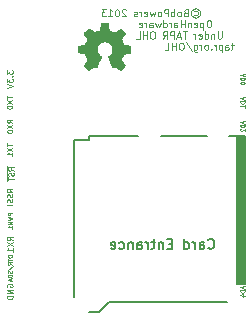
<source format=gbo>
G04 (created by PCBNEW (2013-mar-13)-testing) date Mon 16 Sep 2013 00:05:21 EST*
%MOIN*%
G04 Gerber Fmt 3.4, Leading zero omitted, Abs format*
%FSLAX34Y34*%
G01*
G70*
G90*
G04 APERTURE LIST*
%ADD10C,0.003937*%
%ADD11C,0.007000*%
%ADD12C,0.000100*%
%ADD13C,0.008000*%
%ADD14C,0.003445*%
%ADD15C,0.002953*%
%ADD16C,0.004921*%
G04 APERTURE END LIST*
G54D10*
X7378Y10580D02*
X7401Y10592D01*
X7446Y10592D01*
X7468Y10580D01*
X7491Y10558D01*
X7502Y10535D01*
X7502Y10491D01*
X7491Y10468D01*
X7468Y10446D01*
X7446Y10434D01*
X7401Y10434D01*
X7378Y10446D01*
X7423Y10670D02*
X7479Y10659D01*
X7535Y10625D01*
X7569Y10569D01*
X7580Y10513D01*
X7569Y10457D01*
X7535Y10401D01*
X7479Y10367D01*
X7423Y10356D01*
X7367Y10367D01*
X7311Y10401D01*
X7277Y10457D01*
X7266Y10513D01*
X7277Y10569D01*
X7311Y10625D01*
X7367Y10659D01*
X7423Y10670D01*
X7086Y10524D02*
X7052Y10513D01*
X7041Y10502D01*
X7029Y10479D01*
X7029Y10446D01*
X7041Y10423D01*
X7052Y10412D01*
X7074Y10401D01*
X7164Y10401D01*
X7164Y10637D01*
X7086Y10637D01*
X7063Y10625D01*
X7052Y10614D01*
X7041Y10592D01*
X7041Y10569D01*
X7052Y10547D01*
X7063Y10535D01*
X7086Y10524D01*
X7164Y10524D01*
X6894Y10401D02*
X6917Y10412D01*
X6928Y10423D01*
X6939Y10446D01*
X6939Y10513D01*
X6928Y10535D01*
X6917Y10547D01*
X6894Y10558D01*
X6861Y10558D01*
X6838Y10547D01*
X6827Y10535D01*
X6816Y10513D01*
X6816Y10446D01*
X6827Y10423D01*
X6838Y10412D01*
X6861Y10401D01*
X6894Y10401D01*
X6714Y10401D02*
X6714Y10637D01*
X6714Y10547D02*
X6692Y10558D01*
X6647Y10558D01*
X6624Y10547D01*
X6613Y10535D01*
X6602Y10513D01*
X6602Y10446D01*
X6613Y10423D01*
X6624Y10412D01*
X6647Y10401D01*
X6692Y10401D01*
X6714Y10412D01*
X6501Y10401D02*
X6501Y10637D01*
X6411Y10637D01*
X6388Y10625D01*
X6377Y10614D01*
X6366Y10592D01*
X6366Y10558D01*
X6377Y10535D01*
X6388Y10524D01*
X6411Y10513D01*
X6501Y10513D01*
X6231Y10401D02*
X6253Y10412D01*
X6264Y10423D01*
X6276Y10446D01*
X6276Y10513D01*
X6264Y10535D01*
X6253Y10547D01*
X6231Y10558D01*
X6197Y10558D01*
X6174Y10547D01*
X6163Y10535D01*
X6152Y10513D01*
X6152Y10446D01*
X6163Y10423D01*
X6174Y10412D01*
X6197Y10401D01*
X6231Y10401D01*
X6073Y10558D02*
X6028Y10401D01*
X5983Y10513D01*
X5938Y10401D01*
X5893Y10558D01*
X5713Y10412D02*
X5736Y10401D01*
X5781Y10401D01*
X5803Y10412D01*
X5814Y10434D01*
X5814Y10524D01*
X5803Y10547D01*
X5781Y10558D01*
X5736Y10558D01*
X5713Y10547D01*
X5702Y10524D01*
X5702Y10502D01*
X5814Y10479D01*
X5601Y10401D02*
X5601Y10558D01*
X5601Y10513D02*
X5589Y10535D01*
X5578Y10547D01*
X5556Y10558D01*
X5533Y10558D01*
X5466Y10412D02*
X5443Y10401D01*
X5398Y10401D01*
X5376Y10412D01*
X5365Y10434D01*
X5365Y10446D01*
X5376Y10468D01*
X5398Y10479D01*
X5432Y10479D01*
X5455Y10491D01*
X5466Y10513D01*
X5466Y10524D01*
X5455Y10547D01*
X5432Y10558D01*
X5398Y10558D01*
X5376Y10547D01*
X5095Y10614D02*
X5083Y10625D01*
X5061Y10637D01*
X5005Y10637D01*
X4982Y10625D01*
X4971Y10614D01*
X4960Y10592D01*
X4960Y10569D01*
X4971Y10535D01*
X5106Y10401D01*
X4960Y10401D01*
X4813Y10637D02*
X4791Y10637D01*
X4768Y10625D01*
X4757Y10614D01*
X4746Y10592D01*
X4735Y10547D01*
X4735Y10491D01*
X4746Y10446D01*
X4757Y10423D01*
X4768Y10412D01*
X4791Y10401D01*
X4813Y10401D01*
X4836Y10412D01*
X4847Y10423D01*
X4858Y10446D01*
X4870Y10491D01*
X4870Y10547D01*
X4858Y10592D01*
X4847Y10614D01*
X4836Y10625D01*
X4813Y10637D01*
X4510Y10401D02*
X4645Y10401D01*
X4577Y10401D02*
X4577Y10637D01*
X4600Y10603D01*
X4622Y10580D01*
X4645Y10569D01*
X4431Y10637D02*
X4285Y10637D01*
X4363Y10547D01*
X4330Y10547D01*
X4307Y10535D01*
X4296Y10524D01*
X4285Y10502D01*
X4285Y10446D01*
X4296Y10423D01*
X4307Y10412D01*
X4330Y10401D01*
X4397Y10401D01*
X4420Y10412D01*
X4431Y10423D01*
X7884Y10267D02*
X7839Y10267D01*
X7817Y10255D01*
X7794Y10233D01*
X7783Y10188D01*
X7783Y10109D01*
X7794Y10064D01*
X7817Y10042D01*
X7839Y10030D01*
X7884Y10030D01*
X7907Y10042D01*
X7929Y10064D01*
X7940Y10109D01*
X7940Y10188D01*
X7929Y10233D01*
X7907Y10255D01*
X7884Y10267D01*
X7682Y10188D02*
X7682Y9952D01*
X7682Y10177D02*
X7659Y10188D01*
X7614Y10188D01*
X7592Y10177D01*
X7580Y10165D01*
X7569Y10143D01*
X7569Y10075D01*
X7580Y10053D01*
X7592Y10042D01*
X7614Y10030D01*
X7659Y10030D01*
X7682Y10042D01*
X7378Y10042D02*
X7401Y10030D01*
X7446Y10030D01*
X7468Y10042D01*
X7479Y10064D01*
X7479Y10154D01*
X7468Y10177D01*
X7446Y10188D01*
X7401Y10188D01*
X7378Y10177D01*
X7367Y10154D01*
X7367Y10132D01*
X7479Y10109D01*
X7266Y10188D02*
X7266Y10030D01*
X7266Y10165D02*
X7254Y10177D01*
X7232Y10188D01*
X7198Y10188D01*
X7176Y10177D01*
X7164Y10154D01*
X7164Y10030D01*
X7052Y10030D02*
X7052Y10267D01*
X7052Y10154D02*
X6917Y10154D01*
X6917Y10030D02*
X6917Y10267D01*
X6703Y10030D02*
X6703Y10154D01*
X6714Y10177D01*
X6737Y10188D01*
X6782Y10188D01*
X6804Y10177D01*
X6703Y10042D02*
X6726Y10030D01*
X6782Y10030D01*
X6804Y10042D01*
X6816Y10064D01*
X6816Y10087D01*
X6804Y10109D01*
X6782Y10120D01*
X6726Y10120D01*
X6703Y10132D01*
X6591Y10030D02*
X6591Y10188D01*
X6591Y10143D02*
X6579Y10165D01*
X6568Y10177D01*
X6546Y10188D01*
X6523Y10188D01*
X6343Y10030D02*
X6343Y10267D01*
X6343Y10042D02*
X6366Y10030D01*
X6411Y10030D01*
X6433Y10042D01*
X6444Y10053D01*
X6456Y10075D01*
X6456Y10143D01*
X6444Y10165D01*
X6433Y10177D01*
X6411Y10188D01*
X6366Y10188D01*
X6343Y10177D01*
X6253Y10188D02*
X6208Y10030D01*
X6163Y10143D01*
X6118Y10030D01*
X6073Y10188D01*
X5882Y10030D02*
X5882Y10154D01*
X5893Y10177D01*
X5916Y10188D01*
X5961Y10188D01*
X5983Y10177D01*
X5882Y10042D02*
X5904Y10030D01*
X5961Y10030D01*
X5983Y10042D01*
X5994Y10064D01*
X5994Y10087D01*
X5983Y10109D01*
X5961Y10120D01*
X5904Y10120D01*
X5882Y10132D01*
X5769Y10030D02*
X5769Y10188D01*
X5769Y10143D02*
X5758Y10165D01*
X5747Y10177D01*
X5724Y10188D01*
X5702Y10188D01*
X5533Y10042D02*
X5556Y10030D01*
X5601Y10030D01*
X5623Y10042D01*
X5634Y10064D01*
X5634Y10154D01*
X5623Y10177D01*
X5601Y10188D01*
X5556Y10188D01*
X5533Y10177D01*
X5522Y10154D01*
X5522Y10132D01*
X5634Y10109D01*
X8289Y9897D02*
X8289Y9705D01*
X8278Y9683D01*
X8267Y9672D01*
X8244Y9660D01*
X8199Y9660D01*
X8177Y9672D01*
X8165Y9683D01*
X8154Y9705D01*
X8154Y9897D01*
X8042Y9818D02*
X8042Y9660D01*
X8042Y9795D02*
X8030Y9807D01*
X8008Y9818D01*
X7974Y9818D01*
X7952Y9807D01*
X7940Y9784D01*
X7940Y9660D01*
X7727Y9660D02*
X7727Y9897D01*
X7727Y9672D02*
X7749Y9660D01*
X7794Y9660D01*
X7817Y9672D01*
X7828Y9683D01*
X7839Y9705D01*
X7839Y9773D01*
X7828Y9795D01*
X7817Y9807D01*
X7794Y9818D01*
X7749Y9818D01*
X7727Y9807D01*
X7524Y9672D02*
X7547Y9660D01*
X7592Y9660D01*
X7614Y9672D01*
X7625Y9694D01*
X7625Y9784D01*
X7614Y9807D01*
X7592Y9818D01*
X7547Y9818D01*
X7524Y9807D01*
X7513Y9784D01*
X7513Y9762D01*
X7625Y9739D01*
X7412Y9660D02*
X7412Y9818D01*
X7412Y9773D02*
X7401Y9795D01*
X7389Y9807D01*
X7367Y9818D01*
X7344Y9818D01*
X7119Y9897D02*
X6984Y9897D01*
X7052Y9660D02*
X7052Y9897D01*
X6917Y9728D02*
X6804Y9728D01*
X6939Y9660D02*
X6861Y9897D01*
X6782Y9660D01*
X6703Y9660D02*
X6703Y9897D01*
X6613Y9897D01*
X6591Y9885D01*
X6579Y9874D01*
X6568Y9852D01*
X6568Y9818D01*
X6579Y9795D01*
X6591Y9784D01*
X6613Y9773D01*
X6703Y9773D01*
X6332Y9660D02*
X6411Y9773D01*
X6467Y9660D02*
X6467Y9897D01*
X6377Y9897D01*
X6354Y9885D01*
X6343Y9874D01*
X6332Y9852D01*
X6332Y9818D01*
X6343Y9795D01*
X6354Y9784D01*
X6377Y9773D01*
X6467Y9773D01*
X6006Y9897D02*
X5961Y9897D01*
X5938Y9885D01*
X5916Y9863D01*
X5904Y9818D01*
X5904Y9739D01*
X5916Y9694D01*
X5938Y9672D01*
X5961Y9660D01*
X6006Y9660D01*
X6028Y9672D01*
X6051Y9694D01*
X6062Y9739D01*
X6062Y9818D01*
X6051Y9863D01*
X6028Y9885D01*
X6006Y9897D01*
X5803Y9660D02*
X5803Y9897D01*
X5803Y9784D02*
X5668Y9784D01*
X5668Y9660D02*
X5668Y9897D01*
X5443Y9660D02*
X5556Y9660D01*
X5556Y9897D01*
X8683Y9448D02*
X8593Y9448D01*
X8649Y9526D02*
X8649Y9324D01*
X8638Y9302D01*
X8615Y9290D01*
X8593Y9290D01*
X8413Y9290D02*
X8413Y9414D01*
X8424Y9437D01*
X8447Y9448D01*
X8492Y9448D01*
X8514Y9437D01*
X8413Y9302D02*
X8435Y9290D01*
X8492Y9290D01*
X8514Y9302D01*
X8525Y9324D01*
X8525Y9347D01*
X8514Y9369D01*
X8492Y9380D01*
X8435Y9380D01*
X8413Y9392D01*
X8300Y9448D02*
X8300Y9212D01*
X8300Y9437D02*
X8278Y9448D01*
X8233Y9448D01*
X8210Y9437D01*
X8199Y9425D01*
X8188Y9403D01*
X8188Y9335D01*
X8199Y9313D01*
X8210Y9302D01*
X8233Y9290D01*
X8278Y9290D01*
X8300Y9302D01*
X8087Y9290D02*
X8087Y9448D01*
X8087Y9403D02*
X8075Y9425D01*
X8064Y9437D01*
X8042Y9448D01*
X8019Y9448D01*
X7940Y9313D02*
X7929Y9302D01*
X7940Y9290D01*
X7952Y9302D01*
X7940Y9313D01*
X7940Y9290D01*
X7794Y9290D02*
X7817Y9302D01*
X7828Y9313D01*
X7839Y9335D01*
X7839Y9403D01*
X7828Y9425D01*
X7817Y9437D01*
X7794Y9448D01*
X7760Y9448D01*
X7738Y9437D01*
X7727Y9425D01*
X7715Y9403D01*
X7715Y9335D01*
X7727Y9313D01*
X7738Y9302D01*
X7760Y9290D01*
X7794Y9290D01*
X7614Y9290D02*
X7614Y9448D01*
X7614Y9403D02*
X7603Y9425D01*
X7592Y9437D01*
X7569Y9448D01*
X7547Y9448D01*
X7367Y9448D02*
X7367Y9257D01*
X7378Y9234D01*
X7389Y9223D01*
X7412Y9212D01*
X7446Y9212D01*
X7468Y9223D01*
X7367Y9302D02*
X7389Y9290D01*
X7434Y9290D01*
X7457Y9302D01*
X7468Y9313D01*
X7479Y9335D01*
X7479Y9403D01*
X7468Y9425D01*
X7457Y9437D01*
X7434Y9448D01*
X7389Y9448D01*
X7367Y9437D01*
X7086Y9538D02*
X7288Y9234D01*
X6962Y9526D02*
X6917Y9526D01*
X6894Y9515D01*
X6872Y9493D01*
X6861Y9448D01*
X6861Y9369D01*
X6872Y9324D01*
X6894Y9302D01*
X6917Y9290D01*
X6962Y9290D01*
X6984Y9302D01*
X7007Y9324D01*
X7018Y9369D01*
X7018Y9448D01*
X7007Y9493D01*
X6984Y9515D01*
X6962Y9526D01*
X6759Y9290D02*
X6759Y9526D01*
X6759Y9414D02*
X6624Y9414D01*
X6624Y9290D02*
X6624Y9526D01*
X6399Y9290D02*
X6512Y9290D01*
X6512Y9526D01*
G54D11*
X8854Y6401D02*
X8854Y1499D01*
X8893Y1480D02*
X8893Y6421D01*
X8992Y6401D02*
X8992Y1499D01*
X9051Y6421D02*
X8952Y6421D01*
X9051Y1480D02*
X9051Y6421D01*
X8814Y1480D02*
X8814Y6421D01*
X9051Y1480D02*
X8814Y1480D01*
X3874Y6421D02*
X3874Y6263D01*
X3381Y1047D02*
X3381Y6263D01*
X3381Y6263D02*
X3874Y6263D01*
X8480Y869D02*
X4543Y869D01*
X4543Y869D02*
X4208Y535D01*
X4208Y535D02*
X3874Y535D01*
X5507Y6421D02*
X3874Y6421D01*
X7791Y6421D02*
X6255Y6421D01*
X8952Y6421D02*
X8539Y6421D01*
X8952Y1480D02*
X8952Y6421D01*
G54D12*
G36*
X3856Y8586D02*
X3866Y8590D01*
X3886Y8604D01*
X3916Y8623D01*
X3951Y8646D01*
X3986Y8670D01*
X4015Y8689D01*
X4035Y8702D01*
X4043Y8707D01*
X4048Y8705D01*
X4065Y8697D01*
X4089Y8685D01*
X4103Y8677D01*
X4125Y8668D01*
X4136Y8666D01*
X4138Y8669D01*
X4146Y8686D01*
X4159Y8715D01*
X4176Y8753D01*
X4195Y8798D01*
X4215Y8847D01*
X4236Y8896D01*
X4255Y8943D01*
X4273Y8986D01*
X4287Y9020D01*
X4296Y9044D01*
X4299Y9055D01*
X4298Y9057D01*
X4287Y9068D01*
X4268Y9082D01*
X4226Y9116D01*
X4184Y9168D01*
X4159Y9226D01*
X4151Y9292D01*
X4158Y9352D01*
X4182Y9410D01*
X4222Y9462D01*
X4271Y9501D01*
X4329Y9525D01*
X4393Y9533D01*
X4454Y9526D01*
X4514Y9503D01*
X4566Y9463D01*
X4588Y9438D01*
X4618Y9385D01*
X4636Y9329D01*
X4638Y9314D01*
X4635Y9252D01*
X4617Y9192D01*
X4584Y9139D01*
X4538Y9095D01*
X4533Y9091D01*
X4511Y9075D01*
X4497Y9064D01*
X4486Y9055D01*
X4565Y8865D01*
X4578Y8834D01*
X4600Y8782D01*
X4619Y8737D01*
X4634Y8702D01*
X4645Y8678D01*
X4649Y8668D01*
X4650Y8668D01*
X4657Y8666D01*
X4671Y8672D01*
X4698Y8685D01*
X4716Y8694D01*
X4736Y8703D01*
X4745Y8707D01*
X4753Y8703D01*
X4772Y8690D01*
X4800Y8671D01*
X4835Y8648D01*
X4867Y8626D01*
X4897Y8606D01*
X4919Y8592D01*
X4929Y8587D01*
X4931Y8587D01*
X4940Y8592D01*
X4957Y8606D01*
X4983Y8631D01*
X5020Y8667D01*
X5026Y8673D01*
X5056Y8703D01*
X5080Y8729D01*
X5097Y8747D01*
X5103Y8756D01*
X5103Y8756D01*
X5097Y8766D01*
X5084Y8788D01*
X5064Y8818D01*
X5040Y8854D01*
X4977Y8945D01*
X5011Y9032D01*
X5022Y9058D01*
X5035Y9091D01*
X5046Y9114D01*
X5051Y9124D01*
X5060Y9127D01*
X5084Y9133D01*
X5118Y9140D01*
X5159Y9147D01*
X5198Y9155D01*
X5233Y9161D01*
X5259Y9166D01*
X5270Y9168D01*
X5273Y9170D01*
X5275Y9176D01*
X5277Y9188D01*
X5278Y9209D01*
X5278Y9243D01*
X5278Y9292D01*
X5278Y9297D01*
X5278Y9344D01*
X5277Y9381D01*
X5276Y9404D01*
X5274Y9414D01*
X5274Y9414D01*
X5263Y9417D01*
X5238Y9422D01*
X5203Y9429D01*
X5161Y9437D01*
X5158Y9437D01*
X5116Y9446D01*
X5081Y9453D01*
X5057Y9458D01*
X5046Y9462D01*
X5044Y9465D01*
X5036Y9481D01*
X5024Y9507D01*
X5010Y9539D01*
X4996Y9572D01*
X4984Y9601D01*
X4976Y9623D01*
X4974Y9633D01*
X4974Y9634D01*
X4980Y9644D01*
X4995Y9665D01*
X5015Y9695D01*
X5039Y9731D01*
X5041Y9734D01*
X5065Y9769D01*
X5085Y9799D01*
X5098Y9821D01*
X5103Y9830D01*
X5103Y9831D01*
X5095Y9841D01*
X5077Y9861D01*
X5051Y9888D01*
X5020Y9920D01*
X5010Y9929D01*
X4976Y9963D01*
X4952Y9985D01*
X4937Y9997D01*
X4930Y9999D01*
X4929Y9999D01*
X4919Y9993D01*
X4896Y9978D01*
X4866Y9958D01*
X4830Y9933D01*
X4828Y9931D01*
X4792Y9907D01*
X4763Y9887D01*
X4742Y9874D01*
X4733Y9868D01*
X4731Y9868D01*
X4717Y9872D01*
X4691Y9881D01*
X4660Y9893D01*
X4628Y9906D01*
X4598Y9919D01*
X4576Y9929D01*
X4565Y9935D01*
X4565Y9935D01*
X4561Y9948D01*
X4555Y9975D01*
X4547Y10011D01*
X4539Y10054D01*
X4538Y10061D01*
X4530Y10104D01*
X4523Y10139D01*
X4518Y10163D01*
X4516Y10173D01*
X4510Y10174D01*
X4489Y10175D01*
X4458Y10176D01*
X4419Y10177D01*
X4380Y10176D01*
X4341Y10176D01*
X4307Y10174D01*
X4283Y10173D01*
X4273Y10171D01*
X4273Y10170D01*
X4269Y10157D01*
X4264Y10131D01*
X4256Y10094D01*
X4248Y10050D01*
X4246Y10043D01*
X4238Y10001D01*
X4231Y9966D01*
X4226Y9942D01*
X4224Y9933D01*
X4220Y9931D01*
X4202Y9923D01*
X4174Y9912D01*
X4139Y9898D01*
X4058Y9865D01*
X3959Y9933D01*
X3950Y9939D01*
X3914Y9963D01*
X3884Y9983D01*
X3864Y9996D01*
X3856Y10001D01*
X3855Y10001D01*
X3845Y9992D01*
X3825Y9974D01*
X3798Y9947D01*
X3767Y9916D01*
X3744Y9893D01*
X3716Y9865D01*
X3699Y9846D01*
X3690Y9834D01*
X3686Y9827D01*
X3687Y9822D01*
X3693Y9812D01*
X3708Y9790D01*
X3729Y9760D01*
X3753Y9725D01*
X3773Y9695D01*
X3794Y9662D01*
X3808Y9638D01*
X3813Y9627D01*
X3812Y9622D01*
X3805Y9602D01*
X3793Y9573D01*
X3778Y9538D01*
X3744Y9459D01*
X3692Y9449D01*
X3661Y9443D01*
X3617Y9435D01*
X3575Y9427D01*
X3510Y9414D01*
X3508Y9175D01*
X3518Y9170D01*
X3527Y9168D01*
X3552Y9162D01*
X3586Y9155D01*
X3627Y9148D01*
X3662Y9141D01*
X3697Y9135D01*
X3722Y9130D01*
X3733Y9127D01*
X3736Y9124D01*
X3744Y9107D01*
X3757Y9080D01*
X3771Y9047D01*
X3785Y9014D01*
X3797Y8983D01*
X3806Y8959D01*
X3809Y8947D01*
X3804Y8938D01*
X3791Y8917D01*
X3772Y8888D01*
X3748Y8853D01*
X3724Y8818D01*
X3704Y8788D01*
X3690Y8767D01*
X3684Y8757D01*
X3687Y8751D01*
X3701Y8734D01*
X3727Y8707D01*
X3766Y8668D01*
X3773Y8662D01*
X3804Y8632D01*
X3830Y8608D01*
X3848Y8592D01*
X3856Y8586D01*
X3856Y8586D01*
G37*
G54D13*
X7840Y2679D02*
X7856Y2663D01*
X7904Y2647D01*
X7935Y2647D01*
X7983Y2663D01*
X8015Y2695D01*
X8031Y2727D01*
X8047Y2791D01*
X8047Y2839D01*
X8031Y2902D01*
X8015Y2934D01*
X7983Y2966D01*
X7935Y2982D01*
X7904Y2982D01*
X7856Y2966D01*
X7840Y2950D01*
X7553Y2647D02*
X7553Y2823D01*
X7569Y2854D01*
X7601Y2870D01*
X7665Y2870D01*
X7696Y2854D01*
X7553Y2663D02*
X7585Y2647D01*
X7665Y2647D01*
X7696Y2663D01*
X7712Y2695D01*
X7712Y2727D01*
X7696Y2759D01*
X7665Y2775D01*
X7585Y2775D01*
X7553Y2791D01*
X7394Y2647D02*
X7394Y2870D01*
X7394Y2807D02*
X7378Y2839D01*
X7362Y2854D01*
X7330Y2870D01*
X7298Y2870D01*
X7043Y2647D02*
X7043Y2982D01*
X7043Y2663D02*
X7075Y2647D01*
X7139Y2647D01*
X7171Y2663D01*
X7186Y2679D01*
X7202Y2711D01*
X7202Y2807D01*
X7186Y2839D01*
X7171Y2854D01*
X7139Y2870D01*
X7075Y2870D01*
X7043Y2854D01*
X6629Y2823D02*
X6517Y2823D01*
X6469Y2647D02*
X6629Y2647D01*
X6629Y2982D01*
X6469Y2982D01*
X6326Y2870D02*
X6326Y2647D01*
X6326Y2839D02*
X6310Y2854D01*
X6278Y2870D01*
X6230Y2870D01*
X6198Y2854D01*
X6183Y2823D01*
X6183Y2647D01*
X6071Y2870D02*
X5944Y2870D01*
X6023Y2982D02*
X6023Y2695D01*
X6007Y2663D01*
X5975Y2647D01*
X5944Y2647D01*
X5832Y2647D02*
X5832Y2870D01*
X5832Y2807D02*
X5816Y2839D01*
X5800Y2854D01*
X5768Y2870D01*
X5736Y2870D01*
X5481Y2647D02*
X5481Y2823D01*
X5497Y2854D01*
X5529Y2870D01*
X5593Y2870D01*
X5625Y2854D01*
X5481Y2663D02*
X5513Y2647D01*
X5593Y2647D01*
X5625Y2663D01*
X5641Y2695D01*
X5641Y2727D01*
X5625Y2759D01*
X5593Y2775D01*
X5513Y2775D01*
X5481Y2791D01*
X5322Y2870D02*
X5322Y2647D01*
X5322Y2839D02*
X5306Y2854D01*
X5274Y2870D01*
X5226Y2870D01*
X5195Y2854D01*
X5179Y2823D01*
X5179Y2647D01*
X4876Y2663D02*
X4908Y2647D01*
X4971Y2647D01*
X5003Y2663D01*
X5019Y2679D01*
X5035Y2711D01*
X5035Y2807D01*
X5019Y2839D01*
X5003Y2854D01*
X4971Y2870D01*
X4908Y2870D01*
X4876Y2854D01*
X4605Y2663D02*
X4637Y2647D01*
X4701Y2647D01*
X4732Y2663D01*
X4748Y2695D01*
X4748Y2823D01*
X4732Y2854D01*
X4701Y2870D01*
X4637Y2870D01*
X4605Y2854D01*
X4589Y2823D01*
X4589Y2791D01*
X4748Y2759D01*
G54D14*
X9011Y1395D02*
X9011Y1329D01*
X9050Y1408D02*
X8912Y1362D01*
X9050Y1316D01*
X9050Y1270D02*
X8912Y1270D01*
X8912Y1237D01*
X8919Y1218D01*
X8932Y1204D01*
X8945Y1198D01*
X8971Y1191D01*
X8991Y1191D01*
X9017Y1198D01*
X9030Y1204D01*
X9043Y1218D01*
X9050Y1237D01*
X9050Y1270D01*
X8958Y1073D02*
X9050Y1073D01*
X8906Y1106D02*
X9004Y1139D01*
X9004Y1054D01*
X9011Y6907D02*
X9011Y6841D01*
X9050Y6920D02*
X8912Y6874D01*
X9050Y6828D01*
X9050Y6782D02*
X8912Y6782D01*
X8912Y6749D01*
X8919Y6730D01*
X8932Y6716D01*
X8945Y6710D01*
X8971Y6703D01*
X8991Y6703D01*
X9017Y6710D01*
X9030Y6716D01*
X9043Y6730D01*
X9050Y6749D01*
X9050Y6782D01*
X8925Y6651D02*
X8919Y6644D01*
X8912Y6631D01*
X8912Y6598D01*
X8919Y6585D01*
X8925Y6579D01*
X8938Y6572D01*
X8952Y6572D01*
X8971Y6579D01*
X9050Y6657D01*
X9050Y6572D01*
G54D15*
X9011Y7695D02*
X9011Y7629D01*
X9050Y7708D02*
X8912Y7662D01*
X9050Y7616D01*
X9050Y7570D02*
X8912Y7570D01*
X8912Y7537D01*
X8919Y7518D01*
X8932Y7504D01*
X8945Y7498D01*
X8971Y7491D01*
X8991Y7491D01*
X9017Y7498D01*
X9030Y7504D01*
X9043Y7518D01*
X9050Y7537D01*
X9050Y7570D01*
X9050Y7360D02*
X9050Y7439D01*
X9050Y7400D02*
X8912Y7400D01*
X8932Y7413D01*
X8945Y7426D01*
X8952Y7439D01*
X9011Y8482D02*
X9011Y8416D01*
X9050Y8495D02*
X8912Y8449D01*
X9050Y8403D01*
X9050Y8357D02*
X8912Y8357D01*
X8912Y8324D01*
X8919Y8305D01*
X8932Y8291D01*
X8945Y8285D01*
X8971Y8278D01*
X8991Y8278D01*
X9017Y8285D01*
X9030Y8291D01*
X9043Y8305D01*
X9050Y8324D01*
X9050Y8357D01*
X8912Y8193D02*
X8912Y8180D01*
X8919Y8167D01*
X8925Y8160D01*
X8938Y8154D01*
X8965Y8147D01*
X8998Y8147D01*
X9024Y8154D01*
X9037Y8160D01*
X9043Y8167D01*
X9050Y8180D01*
X9050Y8193D01*
X9043Y8206D01*
X9037Y8213D01*
X9024Y8219D01*
X8998Y8226D01*
X8965Y8226D01*
X8938Y8219D01*
X8925Y8213D01*
X8919Y8206D01*
X8912Y8193D01*
G54D16*
X1124Y8605D02*
X1124Y8483D01*
X1199Y8549D01*
X1199Y8521D01*
X1208Y8502D01*
X1218Y8493D01*
X1236Y8483D01*
X1283Y8483D01*
X1302Y8493D01*
X1311Y8502D01*
X1321Y8521D01*
X1321Y8577D01*
X1311Y8596D01*
X1302Y8605D01*
X1302Y8399D02*
X1311Y8389D01*
X1321Y8399D01*
X1311Y8408D01*
X1302Y8399D01*
X1321Y8399D01*
X1124Y8324D02*
X1124Y8202D01*
X1199Y8268D01*
X1199Y8239D01*
X1208Y8221D01*
X1218Y8211D01*
X1236Y8202D01*
X1283Y8202D01*
X1302Y8211D01*
X1311Y8221D01*
X1321Y8239D01*
X1321Y8296D01*
X1311Y8314D01*
X1302Y8324D01*
X1124Y8146D02*
X1321Y8080D01*
X1124Y8014D01*
G54D14*
X1135Y7747D02*
X1135Y7646D01*
X1312Y7696D02*
X1135Y7696D01*
X1135Y7603D02*
X1312Y7485D01*
X1135Y7485D02*
X1312Y7603D01*
X1135Y7384D02*
X1135Y7367D01*
X1143Y7350D01*
X1152Y7342D01*
X1169Y7333D01*
X1202Y7325D01*
X1244Y7325D01*
X1278Y7333D01*
X1295Y7342D01*
X1303Y7350D01*
X1312Y7367D01*
X1312Y7384D01*
X1303Y7401D01*
X1295Y7409D01*
X1278Y7418D01*
X1244Y7426D01*
X1202Y7426D01*
X1169Y7418D01*
X1152Y7409D01*
X1143Y7401D01*
X1135Y7384D01*
X1312Y6853D02*
X1228Y6912D01*
X1312Y6955D02*
X1135Y6955D01*
X1135Y6887D01*
X1143Y6870D01*
X1152Y6862D01*
X1169Y6853D01*
X1194Y6853D01*
X1211Y6862D01*
X1219Y6870D01*
X1228Y6887D01*
X1228Y6955D01*
X1135Y6794D02*
X1312Y6676D01*
X1135Y6676D02*
X1312Y6794D01*
X1135Y6575D02*
X1135Y6558D01*
X1143Y6541D01*
X1152Y6533D01*
X1169Y6524D01*
X1202Y6516D01*
X1244Y6516D01*
X1278Y6524D01*
X1295Y6533D01*
X1303Y6541D01*
X1312Y6558D01*
X1312Y6575D01*
X1303Y6592D01*
X1295Y6600D01*
X1278Y6609D01*
X1244Y6617D01*
X1202Y6617D01*
X1169Y6609D01*
X1152Y6600D01*
X1143Y6592D01*
X1135Y6575D01*
X1135Y6172D02*
X1135Y6071D01*
X1312Y6121D02*
X1135Y6121D01*
X1135Y6028D02*
X1312Y5910D01*
X1135Y5910D02*
X1312Y6028D01*
X1312Y5750D02*
X1312Y5851D01*
X1312Y5801D02*
X1135Y5801D01*
X1160Y5817D01*
X1177Y5834D01*
X1185Y5851D01*
X1351Y5261D02*
X1267Y5321D01*
X1351Y5363D02*
X1174Y5363D01*
X1174Y5295D01*
X1183Y5278D01*
X1191Y5270D01*
X1208Y5261D01*
X1233Y5261D01*
X1250Y5270D01*
X1258Y5278D01*
X1267Y5295D01*
X1267Y5363D01*
X1343Y5194D02*
X1351Y5169D01*
X1351Y5126D01*
X1343Y5110D01*
X1334Y5101D01*
X1318Y5093D01*
X1301Y5093D01*
X1284Y5101D01*
X1275Y5110D01*
X1267Y5126D01*
X1258Y5160D01*
X1250Y5177D01*
X1242Y5186D01*
X1225Y5194D01*
X1208Y5194D01*
X1191Y5186D01*
X1183Y5177D01*
X1174Y5160D01*
X1174Y5118D01*
X1183Y5093D01*
X1174Y5042D02*
X1174Y4941D01*
X1351Y4992D02*
X1174Y4992D01*
X1144Y5405D02*
X1144Y4924D01*
X1312Y4534D02*
X1228Y4593D01*
X1312Y4635D02*
X1135Y4635D01*
X1135Y4567D01*
X1143Y4550D01*
X1152Y4542D01*
X1169Y4534D01*
X1194Y4534D01*
X1211Y4542D01*
X1219Y4550D01*
X1228Y4567D01*
X1228Y4635D01*
X1303Y4466D02*
X1312Y4441D01*
X1312Y4399D01*
X1303Y4382D01*
X1295Y4373D01*
X1278Y4365D01*
X1261Y4365D01*
X1244Y4373D01*
X1236Y4382D01*
X1228Y4399D01*
X1219Y4432D01*
X1211Y4449D01*
X1202Y4458D01*
X1185Y4466D01*
X1169Y4466D01*
X1152Y4458D01*
X1143Y4449D01*
X1135Y4432D01*
X1135Y4390D01*
X1143Y4365D01*
X1303Y4297D02*
X1312Y4272D01*
X1312Y4230D01*
X1303Y4213D01*
X1295Y4205D01*
X1278Y4196D01*
X1261Y4196D01*
X1244Y4205D01*
X1236Y4213D01*
X1228Y4230D01*
X1219Y4264D01*
X1211Y4280D01*
X1202Y4289D01*
X1185Y4297D01*
X1169Y4297D01*
X1152Y4289D01*
X1143Y4280D01*
X1135Y4264D01*
X1135Y4221D01*
X1143Y4196D01*
X1312Y4120D02*
X1135Y4120D01*
X1294Y3850D02*
X1156Y3850D01*
X1156Y3797D01*
X1163Y3784D01*
X1169Y3777D01*
X1183Y3771D01*
X1202Y3771D01*
X1215Y3777D01*
X1222Y3784D01*
X1229Y3797D01*
X1229Y3850D01*
X1156Y3725D02*
X1294Y3692D01*
X1196Y3666D01*
X1294Y3640D01*
X1156Y3607D01*
X1294Y3554D02*
X1156Y3554D01*
X1255Y3508D01*
X1156Y3463D01*
X1294Y3463D01*
X1294Y3325D02*
X1294Y3403D01*
X1294Y3364D02*
X1156Y3364D01*
X1176Y3377D01*
X1189Y3390D01*
X1196Y3403D01*
G54D16*
X1321Y2929D02*
X1227Y2995D01*
X1321Y3041D02*
X1124Y3041D01*
X1124Y2967D01*
X1133Y2948D01*
X1143Y2938D01*
X1161Y2929D01*
X1190Y2929D01*
X1208Y2938D01*
X1218Y2948D01*
X1227Y2967D01*
X1227Y3041D01*
X1124Y2863D02*
X1321Y2732D01*
X1124Y2732D02*
X1321Y2863D01*
X1321Y2554D02*
X1321Y2667D01*
X1321Y2610D02*
X1124Y2610D01*
X1152Y2629D01*
X1171Y2648D01*
X1180Y2667D01*
G54D14*
X1294Y2439D02*
X1156Y2439D01*
X1156Y2406D01*
X1163Y2386D01*
X1176Y2373D01*
X1189Y2367D01*
X1215Y2360D01*
X1235Y2360D01*
X1261Y2367D01*
X1274Y2373D01*
X1288Y2386D01*
X1294Y2406D01*
X1294Y2439D01*
X1156Y2321D02*
X1156Y2242D01*
X1294Y2281D02*
X1156Y2281D01*
X1294Y2117D02*
X1229Y2163D01*
X1294Y2196D02*
X1156Y2196D01*
X1156Y2143D01*
X1163Y2130D01*
X1169Y2124D01*
X1183Y2117D01*
X1202Y2117D01*
X1215Y2124D01*
X1222Y2130D01*
X1229Y2143D01*
X1229Y2196D01*
X1150Y1960D02*
X1327Y2078D01*
X1288Y1920D02*
X1294Y1901D01*
X1294Y1868D01*
X1288Y1855D01*
X1281Y1848D01*
X1268Y1842D01*
X1255Y1842D01*
X1242Y1848D01*
X1235Y1855D01*
X1229Y1868D01*
X1222Y1894D01*
X1215Y1907D01*
X1209Y1914D01*
X1196Y1920D01*
X1183Y1920D01*
X1169Y1914D01*
X1163Y1907D01*
X1156Y1894D01*
X1156Y1861D01*
X1163Y1842D01*
X1294Y1783D02*
X1156Y1783D01*
X1156Y1750D01*
X1163Y1730D01*
X1176Y1717D01*
X1189Y1710D01*
X1215Y1704D01*
X1235Y1704D01*
X1261Y1710D01*
X1274Y1717D01*
X1288Y1730D01*
X1294Y1750D01*
X1294Y1783D01*
X1255Y1651D02*
X1255Y1586D01*
X1294Y1664D02*
X1156Y1618D01*
X1294Y1573D01*
G54D16*
X1133Y1377D02*
X1124Y1396D01*
X1124Y1424D01*
X1133Y1452D01*
X1152Y1471D01*
X1171Y1481D01*
X1208Y1490D01*
X1236Y1490D01*
X1274Y1481D01*
X1293Y1471D01*
X1311Y1452D01*
X1321Y1424D01*
X1321Y1406D01*
X1311Y1377D01*
X1302Y1368D01*
X1236Y1368D01*
X1236Y1406D01*
X1321Y1284D02*
X1124Y1284D01*
X1321Y1171D01*
X1124Y1171D01*
X1321Y1077D02*
X1124Y1077D01*
X1124Y1031D01*
X1133Y1002D01*
X1152Y984D01*
X1171Y974D01*
X1208Y965D01*
X1236Y965D01*
X1274Y974D01*
X1293Y984D01*
X1311Y1002D01*
X1321Y1031D01*
X1321Y1077D01*
M02*

</source>
